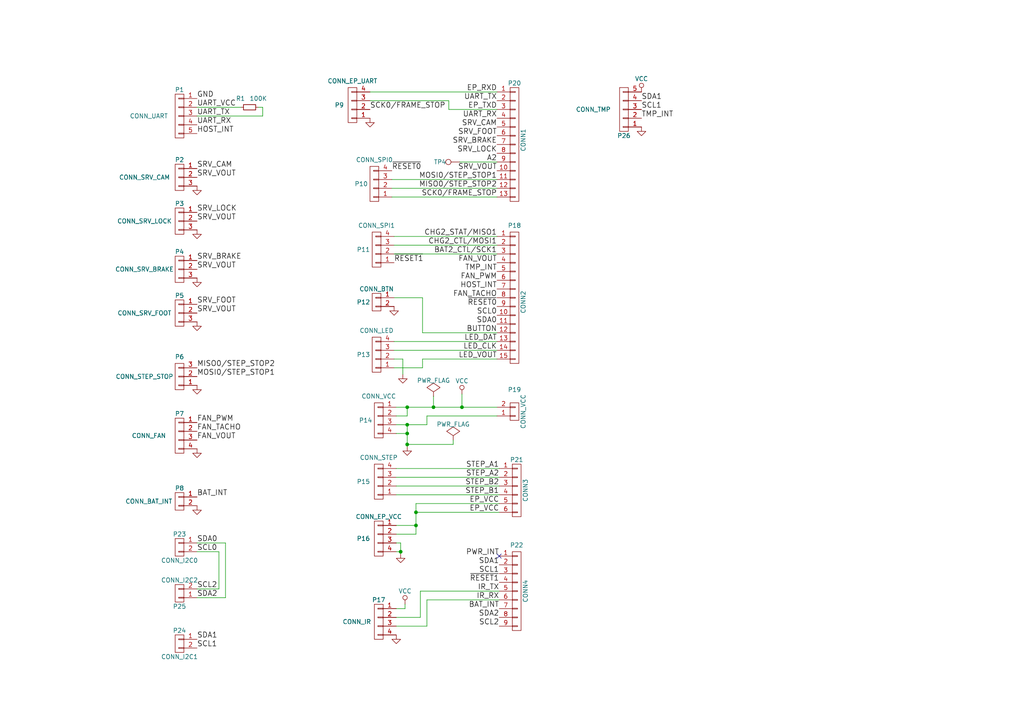
<source format=kicad_sch>
(kicad_sch (version 20230121) (generator eeschema)
  (paper "A4")
  (lib_symbols
    (symbol "breakout-rescue:CONN_01X02" (pin_names (offset 1.016) hide)
      (property "Reference" "P" (at 0 3.81 0))
      (property "Value" "CONN_01X02" (at 2.54 0 90))
      (symbol "CONN_01X02_0_1"
        (rectangle (start -1.27 -1.143) (end 0.254 -1.397))
        (rectangle (start -1.27 1.397) (end 0.254 1.143))
        (rectangle (start -1.27 2.54) (end 1.27 -2.54))
      )
      (symbol "CONN_01X02_1_1"
        (pin passive line (at -5.08 1.27 0) (length 3.81) (name "P1") (number "1"))
        (pin passive line (at -5.08 -1.27 0) (length 3.81) (name "P2") (number "2"))
      )
    )
    (symbol "breakout-rescue:CONN_01X03" (pin_names (offset 1.016) hide)
      (property "Reference" "P" (at 0 5.08 0))
      (property "Value" "CONN_01X03" (at 2.54 0 90))
      (symbol "CONN_01X03_0_1"
        (rectangle (start -1.27 -2.413) (end 0.254 -2.667))
        (rectangle (start -1.27 0.127) (end 0.254 -0.127))
        (rectangle (start -1.27 2.667) (end 0.254 2.413))
        (rectangle (start -1.27 3.81) (end 1.27 -3.81))
      )
      (symbol "CONN_01X03_1_1"
        (pin passive line (at -5.08 2.54 0) (length 3.81) (name "P1") (number "1"))
        (pin passive line (at -5.08 0 0) (length 3.81) (name "P2") (number "2"))
        (pin passive line (at -5.08 -2.54 0) (length 3.81) (name "P3") (number "3"))
      )
    )
    (symbol "breakout-rescue:CONN_01X04" (pin_names (offset 1.016) hide)
      (property "Reference" "P" (at 0 6.35 0))
      (property "Value" "CONN_01X04" (at 2.54 0 90))
      (symbol "CONN_01X04_0_1"
        (rectangle (start -1.27 -3.683) (end 0.254 -3.937))
        (rectangle (start -1.27 -1.143) (end 0.254 -1.397))
        (rectangle (start -1.27 1.397) (end 0.254 1.143))
        (rectangle (start -1.27 3.937) (end 0.254 3.683))
        (rectangle (start -1.27 5.08) (end 1.27 -5.08))
      )
      (symbol "CONN_01X04_1_1"
        (pin passive line (at -5.08 3.81 0) (length 3.81) (name "P1") (number "1"))
        (pin passive line (at -5.08 1.27 0) (length 3.81) (name "P2") (number "2"))
        (pin passive line (at -5.08 -1.27 0) (length 3.81) (name "P3") (number "3"))
        (pin passive line (at -5.08 -3.81 0) (length 3.81) (name "P4") (number "4"))
      )
    )
    (symbol "breakout-rescue:CONN_01X05" (pin_names (offset 1.016) hide)
      (property "Reference" "P" (at 0 7.62 0))
      (property "Value" "CONN_01X05" (at 2.54 0 90))
      (symbol "CONN_01X05_0_1"
        (rectangle (start -1.27 -4.953) (end 0.254 -5.207))
        (rectangle (start -1.27 -2.413) (end 0.254 -2.667))
        (rectangle (start -1.27 0.127) (end 0.254 -0.127))
        (rectangle (start -1.27 2.667) (end 0.254 2.413))
        (rectangle (start -1.27 5.207) (end 0.254 4.953))
        (rectangle (start -1.27 6.35) (end 1.27 -6.35))
      )
      (symbol "CONN_01X05_1_1"
        (pin passive line (at -5.08 5.08 0) (length 3.81) (name "P1") (number "1"))
        (pin passive line (at -5.08 2.54 0) (length 3.81) (name "P2") (number "2"))
        (pin passive line (at -5.08 0 0) (length 3.81) (name "P3") (number "3"))
        (pin passive line (at -5.08 -2.54 0) (length 3.81) (name "P4") (number "4"))
        (pin passive line (at -5.08 -5.08 0) (length 3.81) (name "P5") (number "5"))
      )
    )
    (symbol "breakout-rescue:CONN_01X06" (pin_names (offset 1.016) hide)
      (property "Reference" "P" (at 0 8.89 0))
      (property "Value" "CONN_01X06" (at 2.54 0 90))
      (symbol "CONN_01X06_0_1"
        (rectangle (start -1.27 -6.223) (end 0.254 -6.477))
        (rectangle (start -1.27 -3.683) (end 0.254 -3.937))
        (rectangle (start -1.27 -1.143) (end 0.254 -1.397))
        (rectangle (start -1.27 1.397) (end 0.254 1.143))
        (rectangle (start -1.27 3.937) (end 0.254 3.683))
        (rectangle (start -1.27 6.477) (end 0.254 6.223))
        (rectangle (start -1.27 7.62) (end 1.27 -7.62))
      )
      (symbol "CONN_01X06_1_1"
        (pin passive line (at -5.08 6.35 0) (length 3.81) (name "P1") (number "1"))
        (pin passive line (at -5.08 3.81 0) (length 3.81) (name "P2") (number "2"))
        (pin passive line (at -5.08 1.27 0) (length 3.81) (name "P3") (number "3"))
        (pin passive line (at -5.08 -1.27 0) (length 3.81) (name "P4") (number "4"))
        (pin passive line (at -5.08 -3.81 0) (length 3.81) (name "P5") (number "5"))
        (pin passive line (at -5.08 -6.35 0) (length 3.81) (name "P6") (number "6"))
      )
    )
    (symbol "breakout-rescue:CONN_01X09" (pin_names (offset 1.016) hide)
      (property "Reference" "P" (at 0 12.7 0))
      (property "Value" "CONN_01X09" (at 2.54 0 90))
      (symbol "CONN_01X09_0_1"
        (rectangle (start -1.27 -10.033) (end 0.254 -10.287))
        (rectangle (start -1.27 -7.493) (end 0.254 -7.747))
        (rectangle (start -1.27 -4.953) (end 0.254 -5.207))
        (rectangle (start -1.27 -2.413) (end 0.254 -2.667))
        (rectangle (start -1.27 0.127) (end 0.254 -0.127))
        (rectangle (start -1.27 2.667) (end 0.254 2.413))
        (rectangle (start -1.27 5.207) (end 0.254 4.953))
        (rectangle (start -1.27 7.747) (end 0.254 7.493))
        (rectangle (start -1.27 10.287) (end 0.254 10.033))
        (rectangle (start -1.27 11.43) (end 1.27 -11.43))
      )
      (symbol "CONN_01X09_1_1"
        (pin passive line (at -5.08 10.16 0) (length 3.81) (name "P1") (number "1"))
        (pin passive line (at -5.08 7.62 0) (length 3.81) (name "P2") (number "2"))
        (pin passive line (at -5.08 5.08 0) (length 3.81) (name "P3") (number "3"))
        (pin passive line (at -5.08 2.54 0) (length 3.81) (name "P4") (number "4"))
        (pin passive line (at -5.08 0 0) (length 3.81) (name "P5") (number "5"))
        (pin passive line (at -5.08 -2.54 0) (length 3.81) (name "P6") (number "6"))
        (pin passive line (at -5.08 -5.08 0) (length 3.81) (name "P7") (number "7"))
        (pin passive line (at -5.08 -7.62 0) (length 3.81) (name "P8") (number "8"))
        (pin passive line (at -5.08 -10.16 0) (length 3.81) (name "P9") (number "9"))
      )
    )
    (symbol "breakout-rescue:CONN_01X13" (pin_names (offset 1.016) hide)
      (property "Reference" "P" (at 0 17.78 0))
      (property "Value" "CONN_01X13" (at 2.54 0 90))
      (symbol "CONN_01X13_0_1"
        (rectangle (start -1.27 -16.51) (end 1.27 16.51))
        (rectangle (start -1.27 -15.113) (end 0.254 -15.367))
        (rectangle (start -1.27 -12.573) (end 0.254 -12.827))
        (rectangle (start -1.27 -10.033) (end 0.254 -10.287))
        (rectangle (start -1.27 -7.493) (end 0.254 -7.747))
        (rectangle (start -1.27 -4.953) (end 0.254 -5.207))
        (rectangle (start -1.27 -2.413) (end 0.254 -2.667))
        (rectangle (start -1.27 0.127) (end 0.254 -0.127))
        (rectangle (start -1.27 2.667) (end 0.254 2.413))
        (rectangle (start -1.27 5.207) (end 0.254 4.953))
        (rectangle (start -1.27 7.747) (end 0.254 7.493))
        (rectangle (start -1.27 10.287) (end 0.254 10.033))
        (rectangle (start -1.27 12.827) (end 0.254 12.573))
        (rectangle (start -1.27 15.367) (end 0.254 15.113))
      )
      (symbol "CONN_01X13_1_1"
        (pin passive line (at -5.08 15.24 0) (length 3.81) (name "P1") (number "1"))
        (pin passive line (at -5.08 -7.62 0) (length 3.81) (name "P10") (number "10"))
        (pin passive line (at -5.08 -10.16 0) (length 3.81) (name "P11") (number "11"))
        (pin passive line (at -5.08 -12.7 0) (length 3.81) (name "P12") (number "12"))
        (pin passive line (at -5.08 -15.24 0) (length 3.81) (name "P13") (number "13"))
        (pin passive line (at -5.08 12.7 0) (length 3.81) (name "P2") (number "2"))
        (pin passive line (at -5.08 10.16 0) (length 3.81) (name "P3") (number "3"))
        (pin passive line (at -5.08 7.62 0) (length 3.81) (name "P4") (number "4"))
        (pin passive line (at -5.08 5.08 0) (length 3.81) (name "P5") (number "5"))
        (pin passive line (at -5.08 2.54 0) (length 3.81) (name "P6") (number "6"))
        (pin passive line (at -5.08 0 0) (length 3.81) (name "P7") (number "7"))
        (pin passive line (at -5.08 -2.54 0) (length 3.81) (name "P8") (number "8"))
        (pin passive line (at -5.08 -5.08 0) (length 3.81) (name "P9") (number "9"))
      )
    )
    (symbol "breakout-rescue:CONN_01X15" (pin_names (offset 1.016) hide)
      (property "Reference" "P" (at 0 20.32 0))
      (property "Value" "CONN_01X15" (at 2.54 0 90))
      (symbol "CONN_01X15_0_1"
        (rectangle (start -1.27 -17.653) (end 0.254 -17.907))
        (rectangle (start -1.27 -15.113) (end 0.254 -15.367))
        (rectangle (start -1.27 -12.573) (end 0.254 -12.827))
        (rectangle (start -1.27 -10.033) (end 0.254 -10.287))
        (rectangle (start -1.27 -7.493) (end 0.254 -7.747))
        (rectangle (start -1.27 -4.953) (end 0.254 -5.207))
        (rectangle (start -1.27 -2.413) (end 0.254 -2.667))
        (rectangle (start -1.27 0.127) (end 0.254 -0.127))
        (rectangle (start -1.27 2.667) (end 0.254 2.413))
        (rectangle (start -1.27 5.207) (end 0.254 4.953))
        (rectangle (start -1.27 7.747) (end 0.254 7.493))
        (rectangle (start -1.27 10.287) (end 0.254 10.033))
        (rectangle (start -1.27 12.827) (end 0.254 12.573))
        (rectangle (start -1.27 15.367) (end 0.254 15.113))
        (rectangle (start -1.27 17.907) (end 0.254 17.653))
        (rectangle (start -1.27 19.05) (end 1.27 -19.05))
      )
      (symbol "CONN_01X15_1_1"
        (pin passive line (at -5.08 17.78 0) (length 3.81) (name "P1") (number "1"))
        (pin passive line (at -5.08 -5.08 0) (length 3.81) (name "P10") (number "10"))
        (pin passive line (at -5.08 -7.62 0) (length 3.81) (name "P11") (number "11"))
        (pin passive line (at -5.08 -10.16 0) (length 3.81) (name "P12") (number "12"))
        (pin passive line (at -5.08 -12.7 0) (length 3.81) (name "P13") (number "13"))
        (pin passive line (at -5.08 -15.24 0) (length 3.81) (name "P14") (number "14"))
        (pin passive line (at -5.08 -17.78 0) (length 3.81) (name "P15") (number "15"))
        (pin passive line (at -5.08 15.24 0) (length 3.81) (name "P2") (number "2"))
        (pin passive line (at -5.08 12.7 0) (length 3.81) (name "P3") (number "3"))
        (pin passive line (at -5.08 10.16 0) (length 3.81) (name "P4") (number "4"))
        (pin passive line (at -5.08 7.62 0) (length 3.81) (name "P5") (number "5"))
        (pin passive line (at -5.08 5.08 0) (length 3.81) (name "P6") (number "6"))
        (pin passive line (at -5.08 2.54 0) (length 3.81) (name "P7") (number "7"))
        (pin passive line (at -5.08 0 0) (length 3.81) (name "P8") (number "8"))
        (pin passive line (at -5.08 -2.54 0) (length 3.81) (name "P9") (number "9"))
      )
    )
    (symbol "breakout-rescue:GND" (power) (pin_names (offset 0))
      (property "Value" "GND" (at 0 -3.81 0))
      (symbol "GND_0_1"
        (polyline (pts (xy 0 0) (xy 0 -1.27) (xy 1.27 -1.27) (xy 0 -2.54) (xy -1.27 -1.27) (xy 0 -1.27)))
      )
      (symbol "GND_1_1"
        (pin power_in line (at 0 0 270) (length 0) hide (name "GND") (number "1"))
      )
    )
    (symbol "breakout-rescue:PWR_FLAG" (power) (pin_numbers hide) (pin_names (offset 0) hide)
      (property "Value" "PWR_FLAG" (at 0 4.572 0))
      (symbol "PWR_FLAG_0_0"
        (pin power_out line (at 0 0 90) (length 0) (name "pwr") (number "1"))
      )
      (symbol "PWR_FLAG_0_1"
        (polyline (pts (xy 0 0) (xy 0 1.27) (xy -1.905 2.54) (xy 0 3.81) (xy 1.905 2.54) (xy 0 1.27)))
      )
    )
    (symbol "breakout-rescue:R_Small" (pin_numbers hide) (pin_names (offset 0.254) hide)
      (property "Reference" "R" (at 0.762 0.508 0))
      (property "Value" "R_Small" (at 0.762 -1.016 0))
      (symbol "R_Small_0_1"
        (rectangle (start -0.762 1.778) (end 0.762 -1.778) (stroke (width 0.2032)))
      )
      (symbol "R_Small_1_1"
        (pin passive line (at 0 2.54 270) (length 0.762) (name "~") (number "1"))
        (pin passive line (at 0 -2.54 90) (length 0.762) (name "~") (number "2"))
      )
    )
    (symbol "breakout-rescue:TEST_1P" (pin_numbers hide) (pin_names (offset 0.762) hide)
      (property "Reference" "W" (at 0 6.858 0))
      (property "Value" "TEST_1P" (at 0 5.08 0))
      (symbol "TEST_1P_0_1"
        (circle (center 0 3.302) (radius 0.762))
      )
      (symbol "TEST_1P_1_1"
        (pin passive line (at 0 0 90) (length 2.54) (name "1") (number "1"))
      )
    )
    (symbol "breakout-rescue:VCC" (power) (pin_names (offset 0))
      (property "Value" "VCC" (at 0 3.81 0))
      (symbol "VCC_0_1"
        (polyline (pts (xy 0 0) (xy 0 1.27)))
        (circle (center 0 1.905) (radius 0.635))
      )
      (symbol "VCC_1_1"
        (pin power_in line (at 0 0 90) (length 0) hide (name "VCC") (number "1"))
      )
    )
  )
  (junction (at 120.65 148.59))
  (junction (at 118.11 125.73))
  (junction (at 118.11 118.11))
  (junction (at 116.205 160.02))
  (junction (at 120.65 152.4))
  (junction (at 118.11 128.905))
  (junction (at 125.73 118.11))
  (junction (at 118.11 123.19))
  (junction (at 133.985 118.11))
  (no_connect (at 144.78 161.29))
  (wire (pts (xy 57.15 173.355) (xy 65.405 173.355)))
  (wire (pts (xy 121.92 179.07) (xy 121.92 171.45)))
  (wire (pts (xy 130.175 31.75) (xy 144.145 31.75)))
  (wire (pts (xy 120.65 146.05) (xy 120.65 148.59)))
  (wire (pts (xy 63.5 170.815) (xy 63.5 160.02)))
  (wire (pts (xy 118.11 125.73) (xy 118.11 128.905)))
  (wire (pts (xy 114.3 101.6) (xy 144.145 101.6)))
  (wire (pts (xy 117.475 175.26) (xy 117.475 176.53)))
  (wire (pts (xy 114.935 160.02) (xy 116.205 160.02)))
  (wire (pts (xy 57.15 170.815) (xy 63.5 170.815)))
  (wire (pts (xy 116.84 104.14) (xy 116.84 108.585)))
  (wire (pts (xy 130.175 29.21) (xy 130.175 31.75)))
  (wire (pts (xy 121.92 171.45) (xy 144.78 171.45)))
  (wire (pts (xy 120.65 146.05) (xy 144.78 146.05)))
  (wire (pts (xy 131.445 127.635) (xy 131.445 128.905)))
  (wire (pts (xy 117.475 176.53) (xy 114.935 176.53)))
  (wire (pts (xy 113.665 57.15) (xy 144.145 57.15)))
  (wire (pts (xy 120.65 152.4) (xy 114.935 152.4)))
  (wire (pts (xy 131.445 128.905) (xy 118.11 128.905)))
  (wire (pts (xy 123.825 123.19) (xy 123.825 120.65)))
  (wire (pts (xy 114.935 138.43) (xy 144.78 138.43)))
  (wire (pts (xy 122.555 96.52) (xy 144.145 96.52)))
  (wire (pts (xy 122.555 86.36) (xy 122.555 96.52)))
  (wire (pts (xy 133.985 118.11) (xy 144.145 118.11)))
  (wire (pts (xy 144.78 148.59) (xy 120.65 148.59)))
  (wire (pts (xy 114.3 68.58) (xy 144.145 68.58)))
  (wire (pts (xy 120.65 154.94) (xy 114.935 154.94)))
  (wire (pts (xy 114.3 71.12) (xy 144.145 71.12)))
  (wire (pts (xy 114.3 86.36) (xy 122.555 86.36)))
  (wire (pts (xy 107.315 29.21) (xy 130.175 29.21)))
  (wire (pts (xy 107.315 26.67) (xy 144.145 26.67)))
  (wire (pts (xy 114.935 140.97) (xy 144.78 140.97)))
  (wire (pts (xy 118.11 123.19) (xy 118.11 125.73)))
  (wire (pts (xy 114.3 73.66) (xy 144.145 73.66)))
  (wire (pts (xy 116.205 157.48) (xy 116.205 160.02)))
  (wire (pts (xy 113.665 52.07) (xy 144.145 52.07)))
  (wire (pts (xy 125.73 114.935) (xy 125.73 118.11)))
  (wire (pts (xy 63.5 160.02) (xy 57.15 160.02)))
  (wire (pts (xy 118.11 118.11) (xy 125.73 118.11)))
  (wire (pts (xy 118.11 120.65) (xy 118.11 118.11)))
  (wire (pts (xy 144.145 104.14) (xy 122.555 104.14)))
  (wire (pts (xy 76.2 33.655) (xy 57.15 33.655)))
  (wire (pts (xy 123.825 173.99) (xy 144.78 173.99)))
  (wire (pts (xy 69.85 31.115) (xy 57.15 31.115)))
  (wire (pts (xy 114.3 104.14) (xy 116.84 104.14)))
  (wire (pts (xy 114.935 179.07) (xy 121.92 179.07)))
  (wire (pts (xy 76.2 31.115) (xy 76.2 33.655)))
  (wire (pts (xy 113.665 54.61) (xy 144.145 54.61)))
  (wire (pts (xy 118.11 123.19) (xy 123.825 123.19)))
  (wire (pts (xy 74.93 31.115) (xy 76.2 31.115)))
  (wire (pts (xy 133.35 46.99) (xy 144.145 46.99)))
  (wire (pts (xy 125.73 118.11) (xy 133.985 118.11)))
  (wire (pts (xy 114.935 125.73) (xy 118.11 125.73)))
  (wire (pts (xy 120.65 148.59) (xy 120.65 152.4)))
  (wire (pts (xy 114.935 118.11) (xy 118.11 118.11)))
  (wire (pts (xy 118.11 128.905) (xy 118.11 129.54)))
  (wire (pts (xy 114.3 99.06) (xy 144.145 99.06)))
  (wire (pts (xy 123.825 181.61) (xy 114.935 181.61)))
  (wire (pts (xy 114.935 135.89) (xy 144.78 135.89)))
  (wire (pts (xy 116.205 160.02) (xy 116.205 160.655)))
  (wire (pts (xy 122.555 106.68) (xy 114.3 106.68)))
  (wire (pts (xy 133.985 118.11) (xy 133.985 114.3)))
  (wire (pts (xy 123.825 120.65) (xy 144.145 120.65)))
  (wire (pts (xy 123.825 181.61) (xy 123.825 173.99)))
  (wire (pts (xy 114.935 123.19) (xy 118.11 123.19)))
  (wire (pts (xy 114.935 143.51) (xy 144.78 143.51)))
  (wire (pts (xy 114.935 120.65) (xy 118.11 120.65)))
  (wire (pts (xy 120.65 152.4) (xy 120.65 154.94)))
  (wire (pts (xy 65.405 173.355) (xy 65.405 157.48)))
  (wire (pts (xy 122.555 104.14) (xy 122.555 106.68)))
  (wire (pts (xy 114.935 157.48) (xy 116.205 157.48)))
  (wire (pts (xy 65.405 157.48) (xy 57.15 157.48)))
  (label "TMP_INT" (at 186.055 34.29 0) (effects (font (size 1.524 1.524))))
  (label "LED_VOUT" (at 144.145 104.14 180) (effects (font (size 1.524 1.524))))
  (label "SRV_CAM" (at 144.145 36.83 180) (effects (font (size 1.524 1.524))))
  (label "SCL2" (at 144.78 181.61 180) (effects (font (size 1.524 1.524))))
  (label "FAN_VOUT" (at 57.15 127.635 0) (effects (font (size 1.524 1.524))))
  (label "SRV_VOUT" (at 57.15 51.435 0) (effects (font (size 1.524 1.524))))
  (label "A2" (at 144.145 46.99 180) (effects (font (size 1.524 1.524))))
  (label "STEP_B2" (at 144.78 140.97 180) (effects (font (size 1.524 1.524))))
  (label "~{RESET0}" (at 144.145 88.9 180) (effects (font (size 1.524 1.524))))
  (label "UART_RX" (at 144.145 34.29 180) (effects (font (size 1.524 1.524))))
  (label "SRV_VOUT" (at 144.145 49.53 180) (effects (font (size 1.524 1.524))))
  (label "FAN_VOUT" (at 144.145 76.2 180) (effects (font (size 1.524 1.524))))
  (label "SRV_VOUT" (at 57.15 64.135 0) (effects (font (size 1.524 1.524))))
  (label "HOST_INT" (at 144.145 83.82 180) (effects (font (size 1.524 1.524))))
  (label "SCK0/FRAME_STOP" (at 107.315 31.75 0) (effects (font (size 1.524 1.524))))
  (label "IR_TX" (at 144.78 171.45 180) (effects (font (size 1.524 1.524))))
  (label "BAT2_CTL/SCK1" (at 144.145 73.66 180) (effects (font (size 1.524 1.524))))
  (label "~{RESET0}" (at 113.665 49.53 0) (effects (font (size 1.524 1.524))))
  (label "LED_DAT" (at 144.145 99.06 180) (effects (font (size 1.524 1.524))))
  (label "SRV_FOOT" (at 144.145 39.37 180) (effects (font (size 1.524 1.524))))
  (label "FAN_TACHO" (at 144.145 86.36 180) (effects (font (size 1.524 1.524))))
  (label "HOST_INT" (at 57.15 38.735 0) (effects (font (size 1.524 1.524))))
  (label "UART_TX" (at 57.15 33.655 0) (effects (font (size 1.524 1.524))))
  (label "LED_CLK" (at 144.145 101.6 180) (effects (font (size 1.524 1.524))))
  (label "CHG2_CTL/MOSI1" (at 144.145 71.12 180) (effects (font (size 1.524 1.524))))
  (label "SDA0" (at 57.15 157.48 0) (effects (font (size 1.524 1.524))))
  (label "CHG2_STAT/MISO1" (at 144.145 68.58 180) (effects (font (size 1.524 1.524))))
  (label "BUTTON" (at 144.145 96.52 180) (effects (font (size 1.524 1.524))))
  (label "~{RESET1}" (at 114.3 76.2 0) (effects (font (size 1.524 1.524))))
  (label "SDA2" (at 57.15 173.355 0) (effects (font (size 1.524 1.524))))
  (label "SCL0" (at 144.145 91.44 180) (effects (font (size 1.524 1.524))))
  (label "SRV_VOUT" (at 57.15 78.105 0) (effects (font (size 1.524 1.524))))
  (label "UART_RX" (at 57.15 36.195 0) (effects (font (size 1.524 1.524))))
  (label "MISO0/STEP_STOP2" (at 57.15 106.68 0) (effects (font (size 1.524 1.524))))
  (label "IR_RX" (at 144.78 173.99 180) (effects (font (size 1.524 1.524))))
  (label "SRV_VOUT" (at 57.15 90.805 0) (effects (font (size 1.524 1.524))))
  (label "SDA1" (at 144.78 163.83 180) (effects (font (size 1.524 1.524))))
  (label "SRV_CAM" (at 57.15 48.895 0) (effects (font (size 1.524 1.524))))
  (label "SRV_BRAKE" (at 57.15 75.565 0) (effects (font (size 1.524 1.524))))
  (label "GND" (at 57.15 28.575 0) (effects (font (size 1.524 1.524))))
  (label "STEP_B1" (at 144.78 143.51 180) (effects (font (size 1.524 1.524))))
  (label "SCL1" (at 144.78 166.37 180) (effects (font (size 1.524 1.524))))
  (label "SDA1" (at 186.055 29.21 0) (effects (font (size 1.524 1.524))))
  (label "SRV_LOCK" (at 57.15 61.595 0) (effects (font (size 1.524 1.524))))
  (label "FAN_PWM" (at 57.15 122.555 0) (effects (font (size 1.524 1.524))))
  (label "TMP_INT" (at 144.145 78.74 180) (effects (font (size 1.524 1.524))))
  (label "MISO0/STEP_STOP2" (at 144.145 54.61 180) (effects (font (size 1.524 1.524))))
  (label "BAT_INT" (at 144.78 176.53 180) (effects (font (size 1.524 1.524))))
  (label "~{RESET1}" (at 144.78 168.91 180) (effects (font (size 1.524 1.524))))
  (label "MOSI0/STEP_STOP1" (at 144.145 52.07 180) (effects (font (size 1.524 1.524))))
  (label "EP_RXD" (at 144.145 26.67 180) (effects (font (size 1.524 1.524))))
  (label "FAN_TACHO" (at 57.15 125.095 0) (effects (font (size 1.524 1.524))))
  (label "EP_VCC" (at 144.78 148.59 180) (effects (font (size 1.524 1.524))))
  (label "SDA2" (at 144.78 179.07 180) (effects (font (size 1.524 1.524))))
  (label "SCL1" (at 57.15 187.96 0) (effects (font (size 1.524 1.524))))
  (label "PWR_INT" (at 144.78 161.29 180) (effects (font (size 1.524 1.524))))
  (label "SRV_LOCK" (at 144.145 44.45 180) (effects (font (size 1.524 1.524))))
  (label "SCL0" (at 57.15 160.02 0) (effects (font (size 1.524 1.524))))
  (label "SRV_FOOT" (at 57.15 88.265 0) (effects (font (size 1.524 1.524))))
  (label "SCK0/FRAME_STOP" (at 144.145 57.15 180) (effects (font (size 1.524 1.524))))
  (label "SDA1" (at 57.15 185.42 0) (effects (font (size 1.524 1.524))))
  (label "STEP_A1" (at 144.78 135.89 180) (effects (font (size 1.524 1.524))))
  (label "EP_VCC" (at 144.78 146.05 180) (effects (font (size 1.524 1.524))))
  (label "SRV_BRAKE" (at 144.145 41.91 180) (effects (font (size 1.524 1.524))))
  (label "STEP_A2" (at 144.78 138.43 180) (effects (font (size 1.524 1.524))))
  (label "EP_TXD" (at 144.145 31.75 180) (effects (font (size 1.524 1.524))))
  (label "BAT_INT" (at 57.15 144.145 0) (effects (font (size 1.524 1.524))))
  (label "SDA0" (at 144.145 93.98 180) (effects (font (size 1.524 1.524))))
  (label "SCL1" (at 186.055 31.75 0) (effects (font (size 1.524 1.524))))
  (label "MOSI0/STEP_STOP1" (at 57.15 109.22 0) (effects (font (size 1.524 1.524))))
  (label "UART_VCC" (at 57.15 31.115 0) (effects (font (size 1.524 1.524))))
  (label "SCL2" (at 57.15 170.815 0) (effects (font (size 1.524 1.524))))
  (label "FAN_PWM" (at 144.145 81.28 180) (effects (font (size 1.524 1.524))))
  (label "UART_TX" (at 144.145 29.21 180) (effects (font (size 1.524 1.524))))
  (symbol (lib_id "breakout-rescue:CONN_01X04") (at 109.22 102.87 180) (unit 1)
    (property "Reference" "P13" (at 105.41 102.87 0))
    (property "Value" "CONN_LED" (at 109.22 95.885 0))
    (property "Footprint" "Connectors_Molex:Molex_PicoBlade_53047-0410_DoubleSide" (effects hide))
  )
  (symbol (lib_id "breakout-rescue:CONN_01X02") (at 52.07 145.415 0) (mirror y) (unit 1)
    (property "Reference" "P8" (at 52.07 141.605 0))
    (property "Value" "CONN_BAT_INT" (at 43.18 145.415 0))
    (property "Footprint" "Connectors_Molex:Molex_PicoBlade_53047-0210_DoubleSide" (effects hide))
  )
  (symbol (lib_id "breakout-rescue:GND") (at 57.15 146.685 0) (unit 1)
    (property "Reference" "#PWR01" (effects hide))
    (property "Value" "GND" (effects hide))
  )
  (symbol (lib_id "breakout-rescue:CONN_01X04") (at 102.235 30.48 180) (unit 1)
    (property "Reference" "P9" (at 98.425 30.48 0))
    (property "Value" "CONN_EP_UART" (at 102.235 23.495 0))
    (property "Footprint" "Connectors_Molex:Molex_PicoBlade_53047-0410_DoubleSide" (effects hide))
  )
  (symbol (lib_id "breakout-rescue:GND") (at 107.315 34.29 0) (unit 1)
    (property "Reference" "#PWR02" (effects hide))
    (property "Value" "GND" (effects hide))
  )
  (symbol (lib_id "breakout-rescue:CONN_01X05") (at 52.07 33.655 0) (mirror y) (unit 1)
    (property "Reference" "P1" (at 52.07 26.035 0))
    (property "Value" "CONN_UART" (at 43.18 33.655 0))
    (property "Footprint" "Connectors_Molex:Molex_PicoBlade_53047-0510_DoubleSide" (effects hide))
  )
  (symbol (lib_id "breakout-rescue:CONN_01X03") (at 52.07 51.435 0) (mirror y) (unit 1)
    (property "Reference" "P2" (at 52.07 46.355 0))
    (property "Value" "CONN_SRV_CAM" (at 41.91 51.435 0))
    (property "Footprint" "Connectors_Molex:Molex_PicoBlade_53047-0310_DoubleSide" (effects hide))
  )
  (symbol (lib_id "breakout-rescue:GND") (at 57.15 53.975 0) (unit 1)
    (property "Reference" "#PWR03" (effects hide))
    (property "Value" "GND" (effects hide))
  )
  (symbol (lib_id "breakout-rescue:CONN_01X03") (at 52.07 64.135 0) (mirror y) (unit 1)
    (property "Reference" "P3" (at 52.07 59.055 0))
    (property "Value" "CONN_SRV_LOCK" (at 41.91 64.135 0))
    (property "Footprint" "Connectors_Molex:Molex_PicoBlade_53047-0310_DoubleSide" (effects hide))
  )
  (symbol (lib_id "breakout-rescue:GND") (at 57.15 66.675 0) (unit 1)
    (property "Reference" "#PWR04" (effects hide))
    (property "Value" "GND" (effects hide))
  )
  (symbol (lib_id "breakout-rescue:CONN_01X03") (at 52.07 78.105 0) (mirror y) (unit 1)
    (property "Reference" "P4" (at 52.07 73.025 0))
    (property "Value" "CONN_SRV_BRAKE" (at 41.91 78.105 0))
    (property "Footprint" "Connectors_Molex:Molex_PicoBlade_53047-0310_DoubleSide" (effects hide))
  )
  (symbol (lib_id "breakout-rescue:GND") (at 57.15 80.645 0) (unit 1)
    (property "Reference" "#PWR05" (effects hide))
    (property "Value" "GND" (effects hide))
  )
  (symbol (lib_id "breakout-rescue:CONN_01X03") (at 52.07 90.805 0) (mirror y) (unit 1)
    (property "Reference" "P5" (at 52.07 85.725 0))
    (property "Value" "CONN_SRV_FOOT" (at 41.91 90.805 0))
    (property "Footprint" "Connectors_Molex:Molex_PicoBlade_53047-0310_DoubleSide" (effects hide))
  )
  (symbol (lib_id "breakout-rescue:GND") (at 57.15 93.345 0) (unit 1)
    (property "Reference" "#PWR06" (effects hide))
    (property "Value" "GND" (effects hide))
  )
  (symbol (lib_id "breakout-rescue:CONN_01X04") (at 52.07 126.365 0) (mirror y) (unit 1)
    (property "Reference" "P7" (at 52.07 120.015 0))
    (property "Value" "CONN_FAN" (at 43.18 126.365 0))
    (property "Footprint" "Connectors_Molex:Molex_PicoBlade_53047-0410_DoubleSide" (effects hide))
  )
  (symbol (lib_id "breakout-rescue:GND") (at 57.15 130.175 0) (unit 1)
    (property "Reference" "#PWR07" (effects hide))
    (property "Value" "GND" (effects hide))
  )
  (symbol (lib_id "breakout-rescue:CONN_01X04") (at 109.855 180.34 0) (mirror y) (unit 1)
    (property "Reference" "P17" (at 109.855 173.99 0))
    (property "Value" "CONN_IR" (at 103.505 180.34 0))
    (property "Footprint" "Connectors_Molex:Molex_PicoBlade_53047-0410_DoubleSide" (effects hide))
  )
  (symbol (lib_id "breakout-rescue:CONN_01X04") (at 109.855 139.7 180) (unit 1)
    (property "Reference" "P15" (at 105.41 139.7 0))
    (property "Value" "CONN_STEP" (at 109.855 132.715 0))
    (property "Footprint" "Connectors_Molex:Molex_PicoBlade_53047-0410_DoubleSide" (effects hide))
  )
  (symbol (lib_id "breakout-rescue:CONN_01X04") (at 109.855 156.21 0) (mirror y) (unit 1)
    (property "Reference" "P16" (at 105.41 156.21 0))
    (property "Value" "CONN_EP_VCC" (at 109.855 149.86 0))
    (property "Footprint" "Connectors_Molex:Molex_PicoBlade_53047-0410_DoubleSide" (effects hide))
  )
  (symbol (lib_id "breakout-rescue:GND") (at 116.205 160.655 0) (unit 1)
    (property "Reference" "#PWR08" (effects hide))
    (property "Value" "GND" (effects hide))
  )
  (symbol (lib_id "breakout-rescue:CONN_01X04") (at 109.855 121.92 0) (mirror y) (unit 1)
    (property "Reference" "P14" (at 106.045 121.92 0))
    (property "Value" "CONN_VCC" (at 109.855 114.935 0))
    (property "Footprint" "Connectors_Molex:Molex_PicoBlade_53047-0410_DoubleSide" (effects hide))
  )
  (symbol (lib_id "breakout-rescue:CONN_01X02") (at 109.22 87.63 0) (mirror y) (unit 1)
    (property "Reference" "P12" (at 105.41 87.63 0))
    (property "Value" "CONN_BTN" (at 109.22 83.82 0))
    (property "Footprint" "Connectors_Molex:Molex_PicoBlade_53047-0210_DoubleSide" (effects hide))
  )
  (symbol (lib_id "breakout-rescue:CONN_01X03") (at 52.07 109.22 180) (unit 1)
    (property "Reference" "P6" (at 52.07 103.505 0))
    (property "Value" "CONN_STEP_STOP" (at 41.91 109.22 0))
    (property "Footprint" "Connectors_Molex:Molex_PicoBlade_53047-0310_DoubleSide" (effects hide))
  )
  (symbol (lib_id "breakout-rescue:GND") (at 57.15 111.76 0) (unit 1)
    (property "Reference" "#PWR012" (effects hide))
    (property "Value" "GND" (effects hide))
  )
  (symbol (lib_id "breakout-rescue:GND") (at 116.84 108.585 0) (unit 1)
    (property "Reference" "#PWR09" (effects hide))
    (property "Value" "GND" (effects hide))
  )
  (symbol (lib_id "breakout-rescue:R_Small") (at 72.39 31.115 90) (unit 1)
    (property "Reference" "R1" (at 71.12 28.575 90) (effects (justify left)))
    (property "Value" "100K" (at 77.47 28.575 90) (effects (justify left)))
    (property "Footprint" "Resistors_SMD:R_0402" (effects hide))
  )
  (symbol (lib_id "breakout-rescue:CONN_01X13") (at 149.225 41.91 0) (unit 1)
    (property "Reference" "P20" (at 149.225 24.13 0))
    (property "Value" "CONN1" (at 151.765 40.64 90))
    (property "Footprint" "Socket_Strips:Socket_Strip_Straight_1x13_Pitch1.27mm" (effects hide))
  )
  (symbol (lib_id "breakout-rescue:CONN_01X15") (at 149.225 86.36 0) (unit 1)
    (property "Reference" "P18" (at 149.225 65.405 0))
    (property "Value" "CONN2" (at 151.765 87.63 90))
    (property "Footprint" "Socket_Strips:Socket_Strip_Straight_1x15_Pitch1.27mm" (effects hide))
  )
  (symbol (lib_id "breakout-rescue:CONN_01X06") (at 149.86 142.24 0) (unit 1)
    (property "Reference" "P21" (at 149.86 133.35 0))
    (property "Value" "CONN3" (at 152.4 142.24 90))
    (property "Footprint" "Socket_Strips:Socket_Strip_Straight_1x06_Pitch1.27mm" (effects hide))
  )
  (symbol (lib_id "breakout-rescue:CONN_01X09") (at 149.86 171.45 0) (unit 1)
    (property "Reference" "P22" (at 149.86 158.115 0))
    (property "Value" "CONN4" (at 152.4 171.45 90))
    (property "Footprint" "Socket_Strips:Socket_Strip_Straight_1x09_Pitch1.27mm" (effects hide))
  )
  (symbol (lib_id "breakout-rescue:VCC") (at 133.985 114.3 0) (unit 1)
    (property "Reference" "#PWR010" (effects hide))
    (property "Value" "VCC" (at 133.985 110.49 0))
  )
  (symbol (lib_id "breakout-rescue:GND") (at 118.11 129.54 0) (unit 1)
    (property "Reference" "#PWR011" (effects hide))
    (property "Value" "GND" (effects hide))
  )
  (symbol (lib_id "breakout-rescue:CONN_01X02") (at 149.225 119.38 0) (mirror x) (unit 1)
    (property "Reference" "P19" (at 149.225 113.03 0))
    (property "Value" "CONN_VCC" (at 151.765 119.38 90))
    (property "Footprint" "Socket_Strips:Socket_Strip_Straight_1x02" (effects hide))
  )
  (symbol (lib_id "breakout-rescue:CONN_01X04") (at 109.22 72.39 180) (unit 1)
    (property "Reference" "P11" (at 105.41 72.39 0))
    (property "Value" "CONN_SPI1" (at 109.22 65.405 0))
    (property "Footprint" "Pin_Headers:Pin_Header_Straight_1x04_Pitch1.27mm" (effects hide))
  )
  (symbol (lib_id "breakout-rescue:CONN_01X04") (at 108.585 53.34 180) (unit 1)
    (property "Reference" "P10" (at 104.775 53.34 0))
    (property "Value" "CONN_SPI0" (at 108.585 46.355 0))
    (property "Footprint" "Pin_Headers:Pin_Header_Straight_1x04_Pitch1.27mm" (effects hide))
  )
  (symbol (lib_id "breakout-rescue:VCC") (at 117.475 175.26 0) (unit 1)
    (property "Reference" "#PWR013" (effects hide))
    (property "Value" "VCC" (at 117.475 171.45 0))
  )
  (symbol (lib_id "breakout-rescue:GND") (at 114.935 184.15 0) (unit 1)
    (property "Reference" "#PWR014" (effects hide))
    (property "Value" "GND" (effects hide))
  )
  (symbol (lib_id "breakout-rescue:GND") (at 114.3 88.9 0) (unit 1)
    (property "Reference" "#PWR015" (effects hide))
    (property "Value" "GND" (effects hide))
  )
  (symbol (lib_id "breakout-rescue:TEST_1P") (at 133.35 46.99 90) (unit 1)
    (property "Reference" "TP4" (at 127.635 46.99 90))
    (property "Value" "TEST_1P" (effects hide))
    (property "Footprint" "Pin_Headers:Pin_Header_Straight_1x01_Pitch1.27mm" (effects hide))
  )
  (symbol (lib_id "breakout-rescue:CONN_01X02") (at 52.07 158.75 0) (mirror y) (unit 1)
    (property "Reference" "P23" (at 52.07 154.94 0))
    (property "Value" "CONN_I2C0" (at 52.07 162.56 0))
    (property "Footprint" "Pin_Headers:Pin_Header_Straight_1x02_Pitch1.27mm" (effects hide))
  )
  (symbol (lib_id "breakout-rescue:CONN_01X02") (at 52.07 186.69 0) (mirror y) (unit 1)
    (property "Reference" "P24" (at 52.07 182.88 0))
    (property "Value" "CONN_I2C1" (at 52.07 190.5 0))
    (property "Footprint" "Connectors_Molex:Molex_PicoBlade_53047-0210_DoubleSide" (effects hide))
  )
  (symbol (lib_id "breakout-rescue:CONN_01X02") (at 52.07 172.085 180) (unit 1)
    (property "Reference" "P25" (at 52.07 175.895 0))
    (property "Value" "CONN_I2C2" (at 52.07 168.275 0))
    (property "Footprint" "Pin_Headers:Pin_Header_Straight_1x02_Pitch1.27mm" (effects hide))
  )
  (symbol (lib_id "breakout-rescue:PWR_FLAG") (at 125.73 114.935 0) (unit 1)
    (property "Reference" "#FLG016" (effects hide))
    (property "Value" "PWR_FLAG" (at 125.73 110.363 0))
  )
  (symbol (lib_id "breakout-rescue:PWR_FLAG") (at 131.445 127.635 0) (unit 1)
    (property "Reference" "#FLG017" (effects hide))
    (property "Value" "PWR_FLAG" (at 131.445 123.063 0))
  )
  (symbol (lib_id "breakout-rescue:CONN_01X05") (at 180.975 31.75 180) (unit 1)
    (property "Reference" "P26" (at 180.975 39.37 0))
    (property "Value" "CONN_TMP" (at 172.085 31.75 0))
    (property "Footprint" "Connectors_Molex:Molex_PicoBlade_53047-0510_DoubleSide" (effects hide))
  )
  (symbol (lib_id "breakout-rescue:VCC") (at 186.055 26.67 0) (unit 1)
    (property "Reference" "#PWR018" (effects hide))
    (property "Value" "VCC" (at 186.055 22.86 0))
  )
  (symbol (lib_id "breakout-rescue:GND") (at 186.055 36.83 0) (unit 1)
    (property "Reference" "#PWR019" (effects hide))
    (property "Value" "GND" (effects hide))
  )
)
</source>
